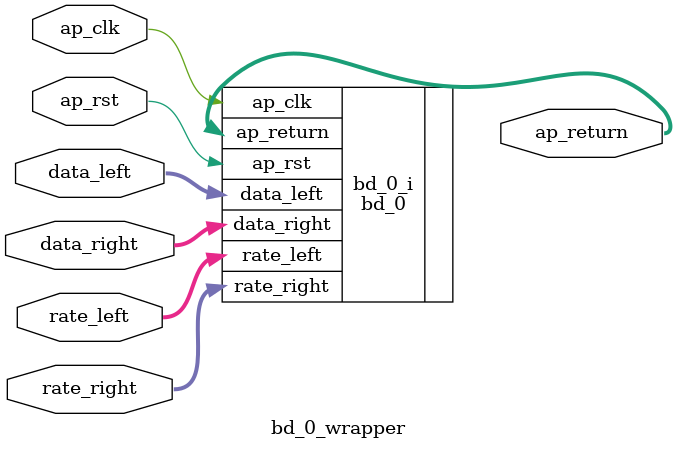
<source format=v>
`timescale 1 ps / 1 ps

module bd_0_wrapper
   (ap_clk,
    ap_return,
    ap_rst,
    data_left,
    data_right,
    rate_left,
    rate_right);
  input ap_clk;
  output [23:0]ap_return;
  input ap_rst;
  input [23:0]data_left;
  input [23:0]data_right;
  input [4:0]rate_left;
  input [5:0]rate_right;

  wire ap_clk;
  wire [23:0]ap_return;
  wire ap_rst;
  wire [23:0]data_left;
  wire [23:0]data_right;
  wire [4:0]rate_left;
  wire [5:0]rate_right;

  bd_0 bd_0_i
       (.ap_clk(ap_clk),
        .ap_return(ap_return),
        .ap_rst(ap_rst),
        .data_left(data_left),
        .data_right(data_right),
        .rate_left(rate_left),
        .rate_right(rate_right));
endmodule

</source>
